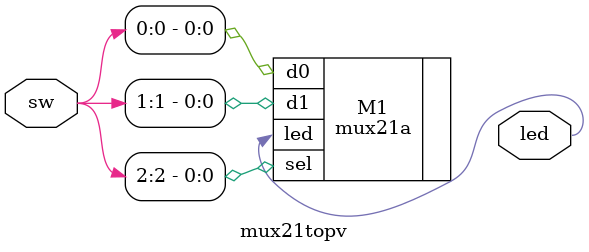
<source format=v>
`timescale 1ns / 1ps


module mux21topv(
    input [2:0] sw,
    output [0:0] led
    );
    
    mux21a M1(
    .d0(sw[0]),
    .d1(sw[1]),
    .sel(sw[2]),
    .led(led[0])
    );
endmodule

</source>
